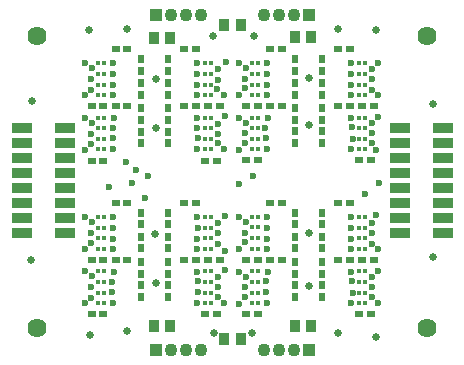
<source format=gbs>
G04 Layer_Color=16711935*
%FSAX24Y24*%
%MOIN*%
G70*
G01*
G75*
%ADD27R,0.0138X0.0130*%
%ADD29R,0.0354X0.0394*%
%ADD30R,0.0276X0.0236*%
%ADD32C,0.0639*%
%ADD33R,0.0433X0.0433*%
%ADD34C,0.0433*%
%ADD35C,0.0236*%
%ADD36C,0.0256*%
%ADD37R,0.0700X0.0330*%
%ADD38R,0.0236X0.0276*%
D27*
X033926Y024110D02*
D03*
X034127D02*
D03*
X033926Y024470D02*
D03*
X034127D02*
D03*
X033926Y023760D02*
D03*
X034127D02*
D03*
X033926Y023410D02*
D03*
X034127D02*
D03*
X033926Y022310D02*
D03*
X034127D02*
D03*
X033926Y022660D02*
D03*
X034127D02*
D03*
X033926Y021950D02*
D03*
X034127D02*
D03*
X033926Y021600D02*
D03*
X034127D02*
D03*
X030537Y022660D02*
D03*
X030336D02*
D03*
X030537Y022310D02*
D03*
X030336D02*
D03*
X030537Y021600D02*
D03*
X030336D02*
D03*
X030537Y021950D02*
D03*
X030336D02*
D03*
X030537Y024470D02*
D03*
X030336D02*
D03*
X030537Y024120D02*
D03*
X030336D02*
D03*
X030537Y023410D02*
D03*
X030336D02*
D03*
X030537Y023760D02*
D03*
X030336D02*
D03*
X028792Y022307D02*
D03*
X028993D02*
D03*
X028792Y022657D02*
D03*
X028993D02*
D03*
X028792Y021947D02*
D03*
X028993D02*
D03*
X028792Y021597D02*
D03*
X028993D02*
D03*
X028792Y024107D02*
D03*
X028993D02*
D03*
X028792Y024467D02*
D03*
X028993D02*
D03*
X028792Y023757D02*
D03*
X028993D02*
D03*
X028792Y023407D02*
D03*
X028993D02*
D03*
X025403Y022657D02*
D03*
X025202D02*
D03*
X025403Y022307D02*
D03*
X025202D02*
D03*
X025403Y021597D02*
D03*
X025202D02*
D03*
X025403Y021947D02*
D03*
X025202D02*
D03*
X025403Y024117D02*
D03*
X025202D02*
D03*
X025403Y024467D02*
D03*
X025202D02*
D03*
X025403Y023407D02*
D03*
X025202D02*
D03*
X025403Y023757D02*
D03*
X025202D02*
D03*
X033926Y027436D02*
D03*
X034127D02*
D03*
X033926Y027786D02*
D03*
X034127D02*
D03*
X033926Y027076D02*
D03*
X034127D02*
D03*
X033926Y026726D02*
D03*
X034127D02*
D03*
X033926Y029236D02*
D03*
X034127D02*
D03*
X033926Y029596D02*
D03*
X034127D02*
D03*
X033926Y028886D02*
D03*
X034127D02*
D03*
X033926Y028536D02*
D03*
X034127D02*
D03*
X030537Y027786D02*
D03*
X030336D02*
D03*
X030537Y027436D02*
D03*
X030336D02*
D03*
X030537Y026726D02*
D03*
X030336D02*
D03*
X030537Y027076D02*
D03*
X030336D02*
D03*
X025403Y027073D02*
D03*
X025202D02*
D03*
X025403Y026723D02*
D03*
X025202D02*
D03*
X028792Y026723D02*
D03*
X028993D02*
D03*
X028792Y027073D02*
D03*
X028993D02*
D03*
X025403Y027433D02*
D03*
X025202D02*
D03*
X025403Y027783D02*
D03*
X025202D02*
D03*
X028792Y027783D02*
D03*
X028993D02*
D03*
X028792Y027433D02*
D03*
X028993D02*
D03*
X030537Y028886D02*
D03*
X030336D02*
D03*
X030537Y028536D02*
D03*
X030336D02*
D03*
X025403Y028883D02*
D03*
X025202D02*
D03*
X025403Y028533D02*
D03*
X025202D02*
D03*
X030537Y029246D02*
D03*
X030336D02*
D03*
X030537Y029596D02*
D03*
X030336D02*
D03*
X025403Y029243D02*
D03*
X025202D02*
D03*
X025403Y029593D02*
D03*
X025202D02*
D03*
X028792Y028533D02*
D03*
X028993D02*
D03*
X028792Y028883D02*
D03*
X028993D02*
D03*
X028792Y029593D02*
D03*
X028993D02*
D03*
Y029233D02*
D03*
X028792D02*
D03*
D29*
X027618Y030453D02*
D03*
X027067D02*
D03*
X031777Y030463D02*
D03*
X032328D02*
D03*
X027628Y020823D02*
D03*
X027077D02*
D03*
X031767Y020823D02*
D03*
X032318D02*
D03*
X029968Y020393D02*
D03*
X029417D02*
D03*
X029417Y030863D02*
D03*
X029968D02*
D03*
D30*
X033623Y024940D02*
D03*
X033230D02*
D03*
X033230Y023040D02*
D03*
X033623D02*
D03*
X034413Y023040D02*
D03*
X034020D02*
D03*
X033930Y021230D02*
D03*
X034323D02*
D03*
X030533Y023040D02*
D03*
X030140D02*
D03*
X030940Y023040D02*
D03*
X031333D02*
D03*
X030940Y024940D02*
D03*
X031333D02*
D03*
X028886Y023037D02*
D03*
X029279D02*
D03*
X028796Y021227D02*
D03*
X029189D02*
D03*
X028489Y024937D02*
D03*
X028096D02*
D03*
X028489Y023037D02*
D03*
X028096D02*
D03*
X025399Y023037D02*
D03*
X025006D02*
D03*
X025399Y021227D02*
D03*
X025006D02*
D03*
X025806Y024937D02*
D03*
X026199D02*
D03*
X025806Y023037D02*
D03*
X026199D02*
D03*
X034413Y028166D02*
D03*
X034020D02*
D03*
X033930Y026356D02*
D03*
X034323D02*
D03*
X030533Y028166D02*
D03*
X030140D02*
D03*
X030533Y026356D02*
D03*
X030140D02*
D03*
X033230Y030066D02*
D03*
X033623D02*
D03*
X033230Y028166D02*
D03*
X033623D02*
D03*
X030533Y021230D02*
D03*
X030140D02*
D03*
X030940Y030066D02*
D03*
X031333D02*
D03*
X030940Y028166D02*
D03*
X031333D02*
D03*
X028489Y030063D02*
D03*
X028096D02*
D03*
X025806D02*
D03*
X026199D02*
D03*
X025806Y028163D02*
D03*
X026199D02*
D03*
X028489D02*
D03*
X028096D02*
D03*
X028886D02*
D03*
X029279D02*
D03*
X025399Y028163D02*
D03*
X025006D02*
D03*
X028796Y026353D02*
D03*
X029189D02*
D03*
X025399Y026353D02*
D03*
X025006D02*
D03*
D32*
X023196Y020771D02*
D03*
X036189D02*
D03*
Y030496D02*
D03*
X023196D02*
D03*
D33*
X027133Y031204D02*
D03*
X032252D02*
D03*
Y020043D02*
D03*
X027133D02*
D03*
D34*
X027633Y031204D02*
D03*
X028133D02*
D03*
X028633D02*
D03*
X031752D02*
D03*
X031252D02*
D03*
X030752D02*
D03*
X031752Y020043D02*
D03*
X031252D02*
D03*
X030752D02*
D03*
X027633D02*
D03*
X028133D02*
D03*
X028633D02*
D03*
D35*
X030773Y027440D02*
D03*
X030823Y027103D02*
D03*
X029213Y024273D02*
D03*
X030813Y022333D02*
D03*
X029463Y023343D02*
D03*
X029213Y023583D02*
D03*
Y022463D02*
D03*
X029203Y027583D02*
D03*
X029193Y028723D02*
D03*
X029483Y029643D02*
D03*
X029203Y029403D02*
D03*
X034103Y025223D02*
D03*
X034573Y025603D02*
D03*
X026793Y025093D02*
D03*
X025583Y025483D02*
D03*
X024783Y024463D02*
D03*
X029923Y025583D02*
D03*
X026333Y025593D02*
D03*
X026893Y025823D02*
D03*
X030383D02*
D03*
X026473Y026053D02*
D03*
X026153Y026293D02*
D03*
X030846Y021603D02*
D03*
X034488Y024521D02*
D03*
X034346Y023923D02*
D03*
X034488Y026695D02*
D03*
X030113Y021813D02*
D03*
X030103Y023623D02*
D03*
X030113Y028783D02*
D03*
X030123Y026943D02*
D03*
X034556Y021593D02*
D03*
X034336Y023583D02*
D03*
X034556Y023393D02*
D03*
X034336Y024273D02*
D03*
X029916Y021583D02*
D03*
X029906Y022653D02*
D03*
X030116Y022123D02*
D03*
X030146Y022483D02*
D03*
Y024293D02*
D03*
X030116Y023933D02*
D03*
X030846Y024463D02*
D03*
X033646Y023393D02*
D03*
X030846D02*
D03*
X029906Y024463D02*
D03*
X029916Y023393D02*
D03*
X030870Y022643D02*
D03*
X030823Y021969D02*
D03*
X033646Y021603D02*
D03*
X033716Y021943D02*
D03*
X034546Y022663D02*
D03*
X034347Y021811D02*
D03*
X034336Y022473D02*
D03*
X034346Y022123D02*
D03*
X033646Y022643D02*
D03*
X033674Y022321D02*
D03*
X033653Y023749D02*
D03*
X033646Y024463D02*
D03*
X033663Y024089D02*
D03*
X030846Y024103D02*
D03*
Y023743D02*
D03*
X028533Y024093D02*
D03*
X028523Y023753D02*
D03*
X028543Y022333D02*
D03*
X028563Y021983D02*
D03*
X028523Y021597D02*
D03*
X028513Y022647D02*
D03*
X025693Y022307D02*
D03*
X025693Y021973D02*
D03*
X025713Y021607D02*
D03*
X025736Y022647D02*
D03*
X024993Y023587D02*
D03*
X024783Y023397D02*
D03*
X025713D02*
D03*
X028513D02*
D03*
X025713Y024107D02*
D03*
X024983Y023937D02*
D03*
X025713Y023747D02*
D03*
X025013Y024297D02*
D03*
Y022487D02*
D03*
X024773Y022657D02*
D03*
X024993Y021777D02*
D03*
X024783Y021587D02*
D03*
X029453Y024503D02*
D03*
X029213Y023927D02*
D03*
X029443Y022703D02*
D03*
X029423Y021597D02*
D03*
X029213Y022127D02*
D03*
X029213Y021815D02*
D03*
X028513Y024467D02*
D03*
X025713D02*
D03*
X024983Y022127D02*
D03*
Y027253D02*
D03*
X028513Y026733D02*
D03*
X030846Y028876D02*
D03*
Y029236D02*
D03*
X033663Y029223D02*
D03*
X033646Y029596D02*
D03*
X025713Y029593D02*
D03*
X028513D02*
D03*
X033653Y028883D02*
D03*
X033674Y027455D02*
D03*
X033646Y027776D02*
D03*
X034346Y027256D02*
D03*
X034336Y027606D02*
D03*
X034347Y026945D02*
D03*
X034546Y027796D02*
D03*
X033716Y027076D02*
D03*
X033646Y026736D02*
D03*
X030846D02*
D03*
X030870Y027776D02*
D03*
X029916Y028526D02*
D03*
X029906Y029596D02*
D03*
X030846Y028526D02*
D03*
X033646D02*
D03*
X030846Y029596D02*
D03*
X030116Y029066D02*
D03*
X030146Y029426D02*
D03*
Y027616D02*
D03*
X030116Y027256D02*
D03*
X029906Y027786D02*
D03*
X029916Y026716D02*
D03*
X034336Y029406D02*
D03*
X034546Y029596D02*
D03*
X034556Y028526D02*
D03*
X034346Y029056D02*
D03*
X034336Y028716D02*
D03*
X028513Y027773D02*
D03*
X028523Y027433D02*
D03*
X028543Y027113D02*
D03*
X029213Y026941D02*
D03*
X029213Y027253D02*
D03*
X029423Y026723D02*
D03*
X029443Y027823D02*
D03*
X029213Y029053D02*
D03*
X029423Y028523D02*
D03*
X024783Y026713D02*
D03*
X024993Y026903D02*
D03*
X024773Y027783D02*
D03*
X025013Y027613D02*
D03*
Y029423D02*
D03*
X025713Y028873D02*
D03*
X024983Y029063D02*
D03*
X025736Y027773D02*
D03*
X028513Y029233D02*
D03*
Y028873D02*
D03*
X025713Y029233D02*
D03*
X028513Y028523D02*
D03*
X025713D02*
D03*
Y026733D02*
D03*
Y027103D02*
D03*
Y027443D02*
D03*
X024773Y029593D02*
D03*
X024783Y028523D02*
D03*
X024993Y028713D02*
D03*
D36*
X030403Y030513D02*
D03*
X026193Y030753D02*
D03*
X027133Y029083D02*
D03*
Y027453D02*
D03*
X033203Y030743D02*
D03*
X032243Y029113D02*
D03*
X032251Y027523D02*
D03*
X024907Y030687D02*
D03*
X034478Y030707D02*
D03*
X034498Y020468D02*
D03*
X033223Y020593D02*
D03*
X032252Y022173D02*
D03*
X032243Y023933D02*
D03*
X027133Y022273D02*
D03*
X027123Y023903D02*
D03*
X024947Y020528D02*
D03*
X026173Y020663D02*
D03*
X023003Y028343D02*
D03*
X022983Y023043D02*
D03*
X036383Y028223D02*
D03*
X036393Y023153D02*
D03*
X030353Y020593D02*
D03*
X029073D02*
D03*
X029063Y030513D02*
D03*
D37*
X022668Y027443D02*
D03*
X024118D02*
D03*
X022668Y026943D02*
D03*
X024118D02*
D03*
X022668Y026443D02*
D03*
X024118D02*
D03*
X022668Y025943D02*
D03*
X024118D02*
D03*
X022668Y025443D02*
D03*
X024118D02*
D03*
X022668Y024943D02*
D03*
X024118D02*
D03*
X022668Y024443D02*
D03*
X024118D02*
D03*
X022668Y023943D02*
D03*
X024118D02*
D03*
X036717D02*
D03*
X035267D02*
D03*
X036717Y024443D02*
D03*
X035267D02*
D03*
X036717Y024943D02*
D03*
X035267D02*
D03*
X036717Y025443D02*
D03*
X035267D02*
D03*
X036717Y025943D02*
D03*
X035267D02*
D03*
X036717Y026443D02*
D03*
X035267D02*
D03*
X036717Y026943D02*
D03*
X035267D02*
D03*
X036717Y027443D02*
D03*
X035267D02*
D03*
D38*
X032686Y024224D02*
D03*
Y024617D02*
D03*
X032686Y023817D02*
D03*
Y023424D02*
D03*
X032686Y022584D02*
D03*
Y022977D02*
D03*
X032696Y022197D02*
D03*
Y021804D02*
D03*
X031786Y022584D02*
D03*
Y022977D02*
D03*
X031776Y024224D02*
D03*
Y024617D02*
D03*
X031786Y023817D02*
D03*
Y023424D02*
D03*
X027553Y022580D02*
D03*
Y022973D02*
D03*
X027563Y022193D02*
D03*
Y021800D02*
D03*
X027553Y024220D02*
D03*
Y024613D02*
D03*
X027553Y023813D02*
D03*
Y023420D02*
D03*
X026653Y022580D02*
D03*
Y022973D02*
D03*
X026653Y022193D02*
D03*
Y021800D02*
D03*
X026643Y024220D02*
D03*
Y024613D02*
D03*
X026653Y023813D02*
D03*
Y023420D02*
D03*
X032686Y027710D02*
D03*
Y028103D02*
D03*
X032696Y027323D02*
D03*
Y026930D02*
D03*
X031786Y027710D02*
D03*
Y028103D02*
D03*
X031786Y027323D02*
D03*
Y026930D02*
D03*
X032686Y029350D02*
D03*
Y029743D02*
D03*
X032686Y028943D02*
D03*
Y028550D02*
D03*
X031786Y022197D02*
D03*
Y021804D02*
D03*
X031776Y029350D02*
D03*
Y029743D02*
D03*
X031786Y028943D02*
D03*
Y028550D02*
D03*
X027553Y029346D02*
D03*
Y029739D02*
D03*
X026643Y029346D02*
D03*
Y029739D02*
D03*
X026653Y028939D02*
D03*
Y028546D02*
D03*
X027553Y028939D02*
D03*
Y028546D02*
D03*
X027553Y027706D02*
D03*
Y028099D02*
D03*
X026653Y027706D02*
D03*
Y028099D02*
D03*
X027563Y027319D02*
D03*
Y026926D02*
D03*
X026653Y027319D02*
D03*
Y026926D02*
D03*
M02*

</source>
